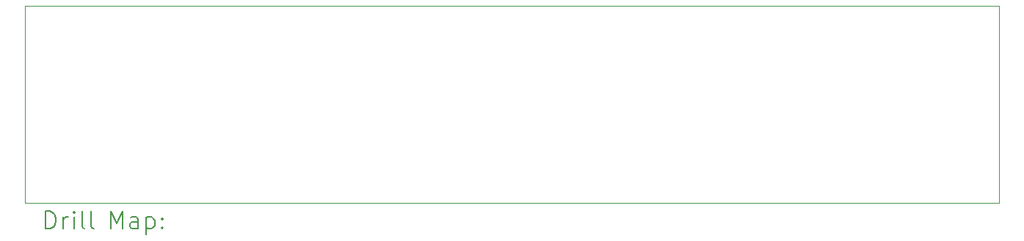
<source format=gbr>
%TF.GenerationSoftware,KiCad,Pcbnew,(7.0.0)*%
%TF.CreationDate,2023-11-09T23:31:29+01:00*%
%TF.ProjectId,xlr-inteface,786c722d-696e-4746-9566-6163652e6b69,rev?*%
%TF.SameCoordinates,Original*%
%TF.FileFunction,Drillmap*%
%TF.FilePolarity,Positive*%
%FSLAX45Y45*%
G04 Gerber Fmt 4.5, Leading zero omitted, Abs format (unit mm)*
G04 Created by KiCad (PCBNEW (7.0.0)) date 2023-11-09 23:31:29*
%MOMM*%
%LPD*%
G01*
G04 APERTURE LIST*
%ADD10C,0.100000*%
%ADD11C,0.200000*%
G04 APERTURE END LIST*
D10*
X2485000Y-3341000D02*
X13725000Y-3341000D01*
X13725000Y-3341000D02*
X13725000Y-5616000D01*
X13725000Y-5616000D02*
X2485000Y-5616000D01*
X2485000Y-5616000D02*
X2485000Y-3341000D01*
D11*
X2727619Y-5914476D02*
X2727619Y-5714476D01*
X2727619Y-5714476D02*
X2775238Y-5714476D01*
X2775238Y-5714476D02*
X2803809Y-5724000D01*
X2803809Y-5724000D02*
X2822857Y-5743048D01*
X2822857Y-5743048D02*
X2832381Y-5762095D01*
X2832381Y-5762095D02*
X2841905Y-5800190D01*
X2841905Y-5800190D02*
X2841905Y-5828762D01*
X2841905Y-5828762D02*
X2832381Y-5866857D01*
X2832381Y-5866857D02*
X2822857Y-5885905D01*
X2822857Y-5885905D02*
X2803809Y-5904952D01*
X2803809Y-5904952D02*
X2775238Y-5914476D01*
X2775238Y-5914476D02*
X2727619Y-5914476D01*
X2927619Y-5914476D02*
X2927619Y-5781143D01*
X2927619Y-5819238D02*
X2937143Y-5800190D01*
X2937143Y-5800190D02*
X2946667Y-5790667D01*
X2946667Y-5790667D02*
X2965714Y-5781143D01*
X2965714Y-5781143D02*
X2984762Y-5781143D01*
X3051428Y-5914476D02*
X3051428Y-5781143D01*
X3051428Y-5714476D02*
X3041905Y-5724000D01*
X3041905Y-5724000D02*
X3051428Y-5733524D01*
X3051428Y-5733524D02*
X3060952Y-5724000D01*
X3060952Y-5724000D02*
X3051428Y-5714476D01*
X3051428Y-5714476D02*
X3051428Y-5733524D01*
X3175238Y-5914476D02*
X3156190Y-5904952D01*
X3156190Y-5904952D02*
X3146667Y-5885905D01*
X3146667Y-5885905D02*
X3146667Y-5714476D01*
X3280000Y-5914476D02*
X3260952Y-5904952D01*
X3260952Y-5904952D02*
X3251428Y-5885905D01*
X3251428Y-5885905D02*
X3251428Y-5714476D01*
X3476190Y-5914476D02*
X3476190Y-5714476D01*
X3476190Y-5714476D02*
X3542857Y-5857333D01*
X3542857Y-5857333D02*
X3609524Y-5714476D01*
X3609524Y-5714476D02*
X3609524Y-5914476D01*
X3790476Y-5914476D02*
X3790476Y-5809714D01*
X3790476Y-5809714D02*
X3780952Y-5790667D01*
X3780952Y-5790667D02*
X3761905Y-5781143D01*
X3761905Y-5781143D02*
X3723809Y-5781143D01*
X3723809Y-5781143D02*
X3704762Y-5790667D01*
X3790476Y-5904952D02*
X3771428Y-5914476D01*
X3771428Y-5914476D02*
X3723809Y-5914476D01*
X3723809Y-5914476D02*
X3704762Y-5904952D01*
X3704762Y-5904952D02*
X3695238Y-5885905D01*
X3695238Y-5885905D02*
X3695238Y-5866857D01*
X3695238Y-5866857D02*
X3704762Y-5847809D01*
X3704762Y-5847809D02*
X3723809Y-5838286D01*
X3723809Y-5838286D02*
X3771428Y-5838286D01*
X3771428Y-5838286D02*
X3790476Y-5828762D01*
X3885714Y-5781143D02*
X3885714Y-5981143D01*
X3885714Y-5790667D02*
X3904762Y-5781143D01*
X3904762Y-5781143D02*
X3942857Y-5781143D01*
X3942857Y-5781143D02*
X3961905Y-5790667D01*
X3961905Y-5790667D02*
X3971428Y-5800190D01*
X3971428Y-5800190D02*
X3980952Y-5819238D01*
X3980952Y-5819238D02*
X3980952Y-5876381D01*
X3980952Y-5876381D02*
X3971428Y-5895428D01*
X3971428Y-5895428D02*
X3961905Y-5904952D01*
X3961905Y-5904952D02*
X3942857Y-5914476D01*
X3942857Y-5914476D02*
X3904762Y-5914476D01*
X3904762Y-5914476D02*
X3885714Y-5904952D01*
X4066667Y-5895428D02*
X4076190Y-5904952D01*
X4076190Y-5904952D02*
X4066667Y-5914476D01*
X4066667Y-5914476D02*
X4057143Y-5904952D01*
X4057143Y-5904952D02*
X4066667Y-5895428D01*
X4066667Y-5895428D02*
X4066667Y-5914476D01*
X4066667Y-5790667D02*
X4076190Y-5800190D01*
X4076190Y-5800190D02*
X4066667Y-5809714D01*
X4066667Y-5809714D02*
X4057143Y-5800190D01*
X4057143Y-5800190D02*
X4066667Y-5790667D01*
X4066667Y-5790667D02*
X4066667Y-5809714D01*
M02*

</source>
